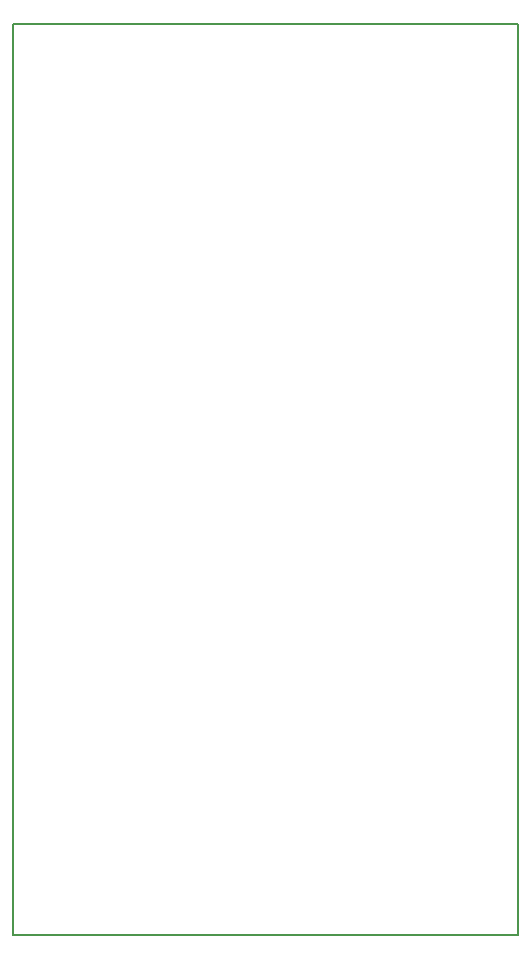
<source format=gko>
G04 DipTrace 3.3.0.0*
G04 ESP32externalssr.gko*
%MOIN*%
G04 #@! TF.FileFunction,Profile*
G04 #@! TF.Part,Single*
%ADD11C,0.005512*%
%FSLAX26Y26*%
G04*
G70*
G90*
G75*
G01*
G04 BoardOutline*
%LPD*%
X394016Y394016D2*
D11*
X2075906D1*
Y3432598D1*
X394016D1*
Y394016D1*
M02*

</source>
